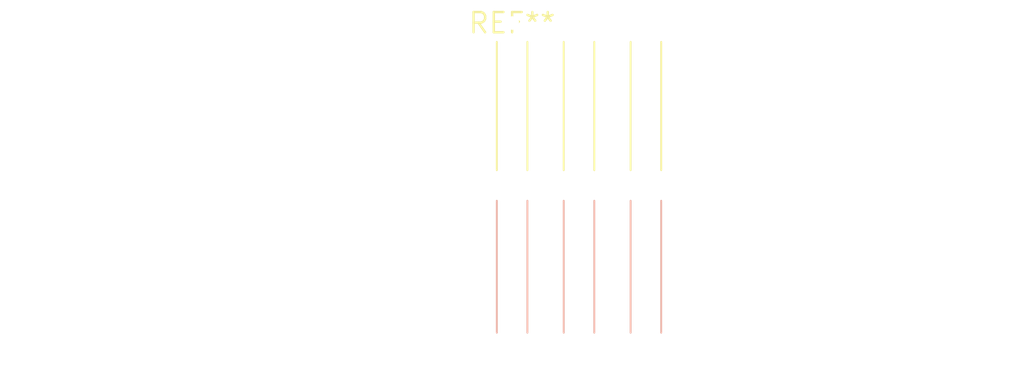
<source format=kicad_pcb>
(kicad_pcb (version 20240108) (generator pcbnew)
  (layers (0 "F.Cu" signal) (31 "B.Cu" signal) (34 "B.Paste" user) (35 "F.Paste" user) (36 "B.SilkS" user "B.Silkscreen") (37 "F.SilkS" user "F.Silkscreen") (38 "B.Mask" user) (39 "F.Mask" user) (44 "Edge.Cuts" user))
  (net 0 "")
  (footprint "SolderWire-0.25sqmm_1x03_P4.2mm_D0.65mm_OD1.7mm_Relief2x" (layer "F.Cu") (at 0 0)
    (property "Reference" "REF**")
    (property "Value" "SolderWire-0.25sqmm_1x03_P4.2mm_D0.65mm_OD1.7mm_Relief2x")
    (fp_line (start -0.96 11.16) (end -0.96 19.44) (layer "B.SilkS") (stroke (width 0.12)))
    (fp_line (start 0.96 11.16) (end 0.96 19.44) (layer "B.SilkS") (stroke (width 0.12)))
    (fp_line (start 3.24 11.16) (end 3.24 19.44) (layer "B.SilkS") (stroke (width 0.12)))
    (fp_line (start 5.16 11.16) (end 5.16 19.44) (layer "B.SilkS") (stroke (width 0.12)))
    (fp_line (start 7.44 11.16) (end 7.44 19.44) (layer "B.SilkS") (stroke (width 0.12)))
    (fp_line (start 9.36 11.16) (end 9.36 19.44) (layer "B.SilkS") (stroke (width 0.12)))
    (fp_line (start -0.96 1.185) (end -0.96 9.24) (layer "F.SilkS") (stroke (width 0.12)))
    (fp_line (start 0.96 1.185) (end 0.96 9.24) (layer "F.SilkS") (stroke (width 0.12)))
    (fp_line (start 3.24 1.185) (end 3.24 9.24) (layer "F.SilkS") (stroke (width 0.12)))
    (fp_line (start 5.16 1.185) (end 5.16 9.24) (layer "F.SilkS") (stroke (width 0.12)))
    (fp_line (start 7.44 1.185) (end 7.44 9.24) (layer "F.SilkS") (stroke (width 0.12)))
    (fp_line (start 9.36 1.185) (end 9.36 9.24) (layer "F.SilkS") (stroke (width 0.12)))
    (pad "" np_thru_hole circle (at 0 10.2) (size 2.2 2.2) (drill 2.2) (layers *.Cu *.Mask))
    (pad "" np_thru_hole circle (at 0 20.4) (size 2.2 2.2) (drill 2.2) (layers *.Cu *.Mask))
    (pad "" np_thru_hole circle (at 4.2 10.2) (size 2.2 2.2) (drill 2.2) (layers *.Cu *.Mask))
    (pad "" np_thru_hole circle (at 4.2 20.4) (size 2.2 2.2) (drill 2.2) (layers *.Cu *.Mask))
    (pad "" np_thru_hole circle (at 8.4 10.2) (size 2.2 2.2) (drill 2.2) (layers *.Cu *.Mask))
    (pad "" np_thru_hole circle (at 8.4 20.4) (size 2.2 2.2) (drill 2.2) (layers *.Cu *.Mask))
    (pad "1" thru_hole roundrect (at 0 0) (size 1.85 1.85) (drill 0.85) (layers *.Cu *.Mask) (remove_unused_layers) (roundrect_rratio 0.135135))
    (pad "2" thru_hole circle (at 4.2 0) (size 1.85 1.85) (drill 0.85) (layers *.Cu *.Mask) (remove_unused_layers))
    (pad "3" thru_hole circle (at 8.4 0) (size 1.85 1.85) (drill 0.85) (layers *.Cu *.Mask) (remove_unused_layers))
  )
)
</source>
